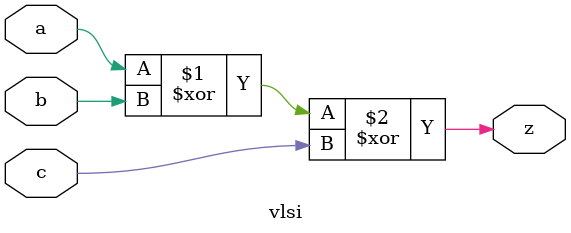
<source format=v>
module vlsi(
    input a,
    input b,
    input c, 
    output z
);

assign z = (a)^(b)^(c); 

endmodule
</source>
